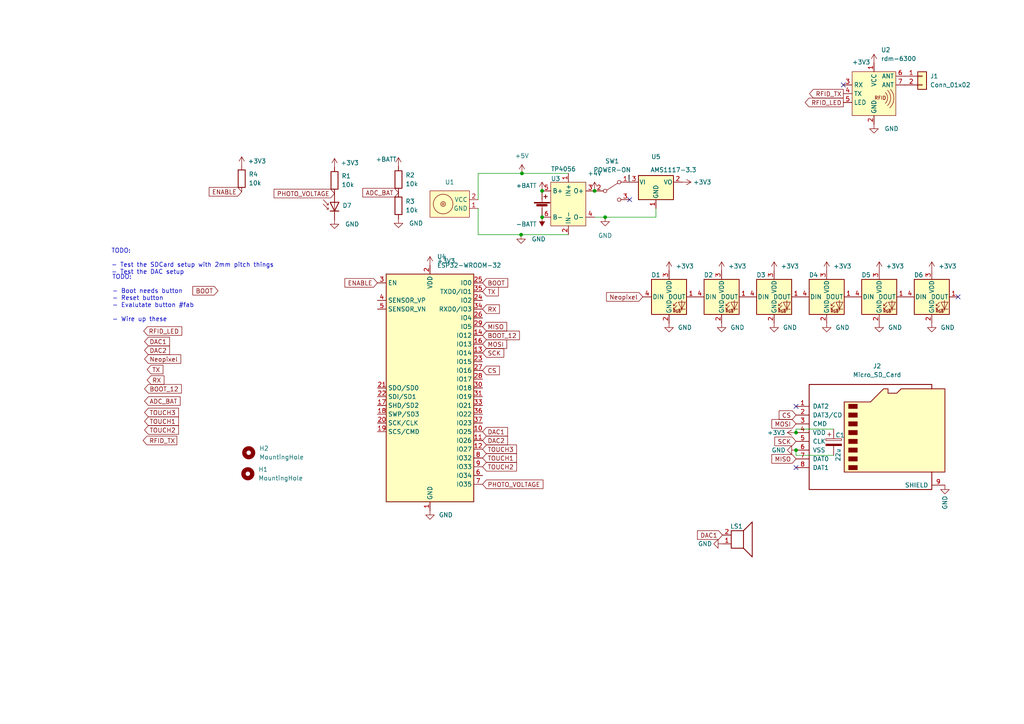
<source format=kicad_sch>
(kicad_sch (version 20211123) (generator eeschema)
  (paper "A4")
  (lib_symbols
    (symbol "Connector:Micro_SD_Card" (pin_names (offset 1.016))
      (property "Reference" "J" (at -16.51 15.24 0))
      (property "Value" "Micro_SD_Card" (at 16.51 15.24 0))
      (symbol "Micro_SD_Card_0_1"
        (rectangle (start -7.62 -9.525) (end -5.08 -10.795) (fill (type outline)))
        (rectangle (start -7.62 -6.985) (end -5.08 -8.255) (fill (type outline)))
        (rectangle (start -7.62 -4.445) (end -5.08 -5.715) (fill (type outline)))
        (rectangle (start -7.62 -1.905) (end -5.08 -3.175) (fill (type outline)))
        (rectangle (start -7.62 0.635) (end -5.08 -0.635) (fill (type outline)))
        (rectangle (start -7.62 3.175) (end -5.08 1.905) (fill (type outline)))
        (rectangle (start -7.62 5.715) (end -5.08 4.445) (fill (type outline)))
        (rectangle (start -7.62 8.255) (end -5.08 6.985) (fill (type outline)))
        (polyline (pts (xy 16.51 12.7) (xy 16.51 13.97) (xy -19.05 13.97) (xy -19.05 -16.51) (xy 16.51 -16.51) (xy 16.51 -11.43)) (stroke (width 0.254)))
        (polyline (pts (xy -8.89 -11.43) (xy -8.89 8.89) (xy -1.27 8.89) (xy 2.54 12.7) (xy 3.81 12.7) (xy 3.81 11.43) (xy 6.35 11.43) (xy 7.62 12.7) (xy 20.32 12.7) (xy 20.32 -11.43) (xy -8.89 -11.43)) (stroke (width 0.254)) (fill (type background)))
      )
      (symbol "Micro_SD_Card_1_1"
        (pin bidirectional line (at -22.86 7.62 0) (length 3.81) (name "DAT2") (number "1"))
        (pin bidirectional line (at -22.86 5.08 0) (length 3.81) (name "DAT3/CD") (number "2"))
        (pin input line (at -22.86 2.54 0) (length 3.81) (name "CMD") (number "3"))
        (pin power_in line (at -22.86 0 0) (length 3.81) (name "VDD") (number "4"))
        (pin input line (at -22.86 -2.54 0) (length 3.81) (name "CLK") (number "5"))
        (pin power_in line (at -22.86 -5.08 0) (length 3.81) (name "VSS") (number "6"))
        (pin bidirectional line (at -22.86 -7.62 0) (length 3.81) (name "DAT0") (number "7"))
        (pin bidirectional line (at -22.86 -10.16 0) (length 3.81) (name "DAT1") (number "8"))
        (pin passive line (at 20.32 -15.24 180) (length 3.81) (name "SHIELD") (number "9"))
      )
    )
    (symbol "Connector_Generic:Conn_01x02" (pin_names (offset 1.016) hide)
      (property "Reference" "J" (at 0 2.54 0))
      (property "Value" "Conn_01x02" (at 0 -5.08 0))
      (symbol "Conn_01x02_1_1"
        (rectangle (start -1.27 -2.413) (end 0 -2.667) (stroke (width 0.1524)))
        (rectangle (start -1.27 0.127) (end 0 -0.127) (stroke (width 0.1524)))
        (rectangle (start -1.27 1.27) (end 1.27 -3.81) (stroke (width 0.254)) (fill (type background)))
        (pin passive line (at -5.08 0 0) (length 3.81) (name "Pin_1") (number "1"))
        (pin passive line (at -5.08 -2.54 0) (length 3.81) (name "Pin_2") (number "2"))
      )
    )
    (symbol "Device:Battery_Cell" (pin_numbers hide) (pin_names (offset 0) hide)
      (property "Reference" "BT" (at 2.54 2.54 0))
      (property "Value" "Battery_Cell" (at 2.54 0 0))
      (symbol "Battery_Cell_0_1"
        (rectangle (start -2.286 1.778) (end 2.286 1.524) (fill (type outline)))
        (rectangle (start -1.5748 1.1938) (end 1.4732 0.6858) (fill (type outline)))
        (polyline (pts (xy 0 0.762) (xy 0 0)))
        (polyline (pts (xy 0 1.778) (xy 0 2.54)))
        (polyline (pts (xy 0.508 3.429) (xy 1.524 3.429)) (stroke (width 0.254)))
        (polyline (pts (xy 1.016 3.937) (xy 1.016 2.921)) (stroke (width 0.254)))
      )
      (symbol "Battery_Cell_1_1"
        (pin passive line (at 0 5.08 270) (length 2.54) (name "+") (number "1"))
        (pin passive line (at 0 -2.54 90) (length 2.54) (name "-") (number "2"))
      )
    )
    (symbol "Device:C_Polarized" (pin_numbers hide) (pin_names (offset 0.254))
      (property "Reference" "C" (at 0.635 2.54 0))
      (property "Value" "C_Polarized" (at 0.635 -2.54 0))
      (symbol "C_Polarized_0_1"
        (rectangle (start -2.286 0.508) (end 2.286 1.016))
        (polyline (pts (xy -1.778 2.286) (xy -0.762 2.286)))
        (polyline (pts (xy -1.27 2.794) (xy -1.27 1.778)))
        (rectangle (start 2.286 -0.508) (end -2.286 -1.016) (fill (type outline)))
      )
      (symbol "C_Polarized_1_1"
        (pin passive line (at 0 3.81 270) (length 2.794) (name "~") (number "1"))
        (pin passive line (at 0 -3.81 90) (length 2.794) (name "~") (number "2"))
      )
    )
    (symbol "Device:D_Photo" (pin_numbers hide) (pin_names hide)
      (property "Reference" "D" (at 0.508 1.778 0))
      (property "Value" "D_Photo" (at -1.016 -2.794 0))
      (symbol "D_Photo_0_1"
        (polyline (pts (xy -2.54 1.27) (xy -2.54 -1.27)) (stroke (width 0.254)))
        (polyline (pts (xy -2.032 1.778) (xy -1.524 1.778)))
        (polyline (pts (xy 0 0) (xy -2.54 0)))
        (polyline (pts (xy -0.508 3.302) (xy -2.032 1.778) (xy -2.032 2.286)))
        (polyline (pts (xy 0 -1.27) (xy 0 1.27) (xy -2.54 0) (xy 0 -1.27)) (stroke (width 0.254)))
        (polyline (pts (xy 0.762 3.302) (xy -0.762 1.778) (xy -0.762 2.286) (xy -0.762 1.778) (xy -0.254 1.778)))
      )
      (symbol "D_Photo_1_1"
        (pin passive line (at -5.08 0 0) (length 2.54) (name "K") (number "1"))
        (pin passive line (at 2.54 0 180) (length 2.54) (name "A") (number "2"))
      )
    )
    (symbol "Device:R" (pin_numbers hide) (pin_names (offset 0))
      (property "Reference" "R" (at 2.032 0 90))
      (property "Value" "R" (at 0 0 90))
      (symbol "R_0_1"
        (rectangle (start -1.016 -2.54) (end 1.016 2.54) (stroke (width 0.254)))
      )
      (symbol "R_1_1"
        (pin passive line (at 0 3.81 270) (length 1.27) (name "~") (number "1"))
        (pin passive line (at 0 -3.81 90) (length 1.27) (name "~") (number "2"))
      )
    )
    (symbol "Device:Speaker" (pin_names (offset 0) hide)
      (property "Reference" "LS" (at 1.27 5.715 0))
      (property "Value" "Speaker" (at 1.27 3.81 0))
      (symbol "Speaker_0_0"
        (rectangle (start -2.54 1.27) (end 1.016 -3.81) (stroke (width 0.254)))
        (polyline (pts (xy 1.016 1.27) (xy 3.556 3.81) (xy 3.556 -6.35) (xy 1.016 -3.81)) (stroke (width 0.254)))
      )
      (symbol "Speaker_1_1"
        (pin input line (at -5.08 0 0) (length 2.54) (name "1") (number "1"))
        (pin input line (at -5.08 -2.54 0) (length 2.54) (name "2") (number "2"))
      )
    )
    (symbol "LED:NeoPixel_THT" (pin_names (offset 0.254))
      (property "Reference" "D" (at 5.08 5.715 0))
      (property "Value" "NeoPixel_THT" (at 1.27 -5.715 0))
      (symbol "NeoPixel_THT_0_0"
        (text "RGB" (at 2.286 -4.191 0) (effects (font (size 0.762 0.762))))
      )
      (symbol "NeoPixel_THT_0_1"
        (polyline (pts (xy 1.27 -3.556) (xy 1.778 -3.556)))
        (polyline (pts (xy 1.27 -2.54) (xy 1.778 -2.54)))
        (polyline (pts (xy 4.699 -3.556) (xy 2.667 -3.556)))
        (polyline (pts (xy 2.286 -2.54) (xy 1.27 -3.556) (xy 1.27 -3.048)))
        (polyline (pts (xy 2.286 -1.524) (xy 1.27 -2.54) (xy 1.27 -2.032)))
        (polyline (pts (xy 3.683 -1.016) (xy 3.683 -3.556) (xy 3.683 -4.064)))
        (polyline (pts (xy 4.699 -1.524) (xy 2.667 -1.524) (xy 3.683 -3.556) (xy 4.699 -1.524)))
        (rectangle (start 5.08 5.08) (end -5.08 -5.08) (stroke (width 0.254)) (fill (type background)))
      )
      (symbol "NeoPixel_THT_1_1"
        (pin output line (at 7.62 0 180) (length 2.54) (name "DOUT") (number "1"))
        (pin power_in line (at 0 -7.62 90) (length 2.54) (name "GND") (number "2"))
        (pin power_in line (at 0 7.62 270) (length 2.54) (name "VDD") (number "3"))
        (pin input line (at -7.62 0 0) (length 2.54) (name "DIN") (number "4"))
      )
    )
    (symbol "Mechanical:MountingHole" (pin_names (offset 1.016))
      (property "Reference" "H" (at 0 5.08 0))
      (property "Value" "MountingHole" (at 0 3.175 0))
      (symbol "MountingHole_0_1"
        (circle (center 0 0) (radius 1.27) (stroke (width 1.27)))
      )
    )
    (symbol "RF_Module:ESP32-WROOM-32"
      (property "Reference" "U" (at -12.7 34.29 0))
      (property "Value" "ESP32-WROOM-32" (at 1.27 34.29 0))
      (symbol "ESP32-WROOM-32_0_1"
        (rectangle (start -12.7 33.02) (end 12.7 -33.02) (stroke (width 0.254)) (fill (type background)))
      )
      (symbol "ESP32-WROOM-32_1_1"
        (pin power_in line (at 0 -35.56 90) (length 2.54) (name "GND") (number "1"))
        (pin bidirectional line (at 15.24 -12.7 180) (length 2.54) (name "IO25") (number "10"))
        (pin bidirectional line (at 15.24 -15.24 180) (length 2.54) (name "IO26") (number "11"))
        (pin bidirectional line (at 15.24 -17.78 180) (length 2.54) (name "IO27") (number "12"))
        (pin bidirectional line (at 15.24 10.16 180) (length 2.54) (name "IO14") (number "13"))
        (pin bidirectional line (at 15.24 15.24 180) (length 2.54) (name "IO12") (number "14"))
        (pin passive line (at 0 -35.56 90) (length 2.54) hide (name "GND") (number "15"))
        (pin bidirectional line (at 15.24 12.7 180) (length 2.54) (name "IO13") (number "16"))
        (pin bidirectional line (at -15.24 -5.08 0) (length 2.54) (name "SHD/SD2") (number "17"))
        (pin bidirectional line (at -15.24 -7.62 0) (length 2.54) (name "SWP/SD3") (number "18"))
        (pin bidirectional line (at -15.24 -12.7 0) (length 2.54) (name "SCS/CMD") (number "19"))
        (pin power_in line (at 0 35.56 270) (length 2.54) (name "VDD") (number "2"))
        (pin bidirectional line (at -15.24 -10.16 0) (length 2.54) (name "SCK/CLK") (number "20"))
        (pin bidirectional line (at -15.24 0 0) (length 2.54) (name "SDO/SD0") (number "21"))
        (pin bidirectional line (at -15.24 -2.54 0) (length 2.54) (name "SDI/SD1") (number "22"))
        (pin bidirectional line (at 15.24 7.62 180) (length 2.54) (name "IO15") (number "23"))
        (pin bidirectional line (at 15.24 25.4 180) (length 2.54) (name "IO2") (number "24"))
        (pin bidirectional line (at 15.24 30.48 180) (length 2.54) (name "IO0") (number "25"))
        (pin bidirectional line (at 15.24 20.32 180) (length 2.54) (name "IO4") (number "26"))
        (pin bidirectional line (at 15.24 5.08 180) (length 2.54) (name "IO16") (number "27"))
        (pin bidirectional line (at 15.24 2.54 180) (length 2.54) (name "IO17") (number "28"))
        (pin bidirectional line (at 15.24 17.78 180) (length 2.54) (name "IO5") (number "29"))
        (pin input line (at -15.24 30.48 0) (length 2.54) (name "EN") (number "3"))
        (pin bidirectional line (at 15.24 0 180) (length 2.54) (name "IO18") (number "30"))
        (pin bidirectional line (at 15.24 -2.54 180) (length 2.54) (name "IO19") (number "31"))
        (pin no_connect line (at -12.7 -27.94 0) (length 2.54) hide (name "NC") (number "32"))
        (pin bidirectional line (at 15.24 -5.08 180) (length 2.54) (name "IO21") (number "33"))
        (pin bidirectional line (at 15.24 22.86 180) (length 2.54) (name "RXD0/IO3") (number "34"))
        (pin bidirectional line (at 15.24 27.94 180) (length 2.54) (name "TXD0/IO1") (number "35"))
        (pin bidirectional line (at 15.24 -7.62 180) (length 2.54) (name "IO22") (number "36"))
        (pin bidirectional line (at 15.24 -10.16 180) (length 2.54) (name "IO23") (number "37"))
        (pin passive line (at 0 -35.56 90) (length 2.54) hide (name "GND") (number "38"))
        (pin passive line (at 0 -35.56 90) (length 2.54) hide (name "GND") (number "39"))
        (pin input line (at -15.24 25.4 0) (length 2.54) (name "SENSOR_VP") (number "4"))
        (pin input line (at -15.24 22.86 0) (length 2.54) (name "SENSOR_VN") (number "5"))
        (pin input line (at 15.24 -25.4 180) (length 2.54) (name "IO34") (number "6"))
        (pin input line (at 15.24 -27.94 180) (length 2.54) (name "IO35") (number "7"))
        (pin bidirectional line (at 15.24 -20.32 180) (length 2.54) (name "IO32") (number "8"))
        (pin bidirectional line (at 15.24 -22.86 180) (length 2.54) (name "IO33") (number "9"))
      )
    )
    (symbol "Regulator_Linear:AMS1117-3.3" (pin_names (offset 0.254))
      (property "Reference" "U" (at -3.81 3.175 0))
      (property "Value" "AMS1117-3.3" (at 0 3.175 0))
      (symbol "AMS1117-3.3_0_1"
        (rectangle (start -5.08 -5.08) (end 5.08 1.905) (stroke (width 0.254)) (fill (type background)))
      )
      (symbol "AMS1117-3.3_1_1"
        (pin power_in line (at 0 -7.62 90) (length 2.54) (name "GND") (number "1"))
        (pin power_out line (at 7.62 0 180) (length 2.54) (name "VO") (number "2"))
        (pin power_in line (at -7.62 0 0) (length 2.54) (name "VI") (number "3"))
      )
    )
    (symbol "Switch:SW_SPDT" (pin_names (offset 0) hide)
      (property "Reference" "SW" (at 0 4.318 0))
      (property "Value" "SW_SPDT" (at 0 -5.08 0))
      (symbol "SW_SPDT_0_0"
        (circle (center -2.032 0) (radius 0.508))
        (circle (center 2.032 -2.54) (radius 0.508))
      )
      (symbol "SW_SPDT_0_1"
        (polyline (pts (xy -1.524 0.254) (xy 1.651 2.286)))
        (circle (center 2.032 2.54) (radius 0.508))
      )
      (symbol "SW_SPDT_1_1"
        (pin passive line (at 5.08 2.54 180) (length 2.54) (name "A") (number "1"))
        (pin passive line (at -5.08 0 0) (length 2.54) (name "B") (number "2"))
        (pin passive line (at 5.08 -2.54 180) (length 2.54) (name "C") (number "3"))
      )
    )
    (symbol "TP4056:TP4056"
      (property "Reference" "U" (at -5.715 7.62 0))
      (property "Value" "TP4056" (at 3.81 -7.62 0))
      (symbol "TP4056_0_1"
        (rectangle (start -5.08 6.35) (end 5.08 -6.35) (fill (type background)))
      )
      (symbol "TP4056_1_1"
        (pin power_in line (at 0 8.89 270) (length 2.54) (name "IN+") (number "1"))
        (pin power_in line (at 0 -8.89 90) (length 2.54) (name "IN-") (number "2"))
        (pin power_out line (at 7.62 3.81 180) (length 2.54) (name "O+") (number "3"))
        (pin power_out line (at 7.62 -3.81 180) (length 2.54) (name "O-") (number "4"))
        (pin power_in line (at -7.62 3.81 0) (length 2.54) (name "B+") (number "5"))
        (pin power_in line (at -7.62 -3.81 0) (length 2.54) (name "B-") (number "6"))
      )
    )
    (symbol "magnetic-charger:magnetic-charger"
      (property "Reference" "U" (at 0 5.08 0))
      (symbol "magnetic-charger_0_1"
        (rectangle (start -6.35 3.81) (end 5.08 -3.81) (fill (type background)))
        (circle (center -2.54 0) (radius 0.2583))
        (circle (center -2.54 0) (radius 0.6825))
        (circle (center -2.54 0) (radius 2.8398))
      )
      (symbol "magnetic-charger_1_1"
        (pin power_in line (at 7.62 -1.27 180) (length 2.54) (name "GND") (number "1"))
        (pin power_in line (at 7.62 1.27 180) (length 2.54) (name "VCC") (number "2"))
      )
    )
    (symbol "power:+3V3" (power) (pin_names (offset 0))
      (property "Value" "+3V3" (at 0 3.556 0))
      (symbol "+3V3_0_1"
        (polyline (pts (xy -0.762 1.27) (xy 0 2.54)))
        (polyline (pts (xy 0 0) (xy 0 2.54)))
        (polyline (pts (xy 0 2.54) (xy 0.762 1.27)))
      )
      (symbol "+3V3_1_1"
        (pin power_in line (at 0 0 90) (length 0) hide (name "+3V3") (number "1"))
      )
    )
    (symbol "power:+4V" (power) (pin_names (offset 0))
      (property "Value" "+4V" (at 0 3.556 0))
      (symbol "+4V_0_1"
        (polyline (pts (xy -0.762 1.27) (xy 0 2.54)))
        (polyline (pts (xy 0 0) (xy 0 2.54)))
        (polyline (pts (xy 0 2.54) (xy 0.762 1.27)))
      )
      (symbol "+4V_1_1"
        (pin power_in line (at 0 0 90) (length 0) hide (name "+4V") (number "1"))
      )
    )
    (symbol "power:+5V" (power) (pin_names (offset 0))
      (property "Value" "+5V" (at 0 3.556 0))
      (symbol "+5V_0_1"
        (polyline (pts (xy -0.762 1.27) (xy 0 2.54)))
        (polyline (pts (xy 0 0) (xy 0 2.54)))
        (polyline (pts (xy 0 2.54) (xy 0.762 1.27)))
      )
      (symbol "+5V_1_1"
        (pin power_in line (at 0 0 90) (length 0) hide (name "+5V") (number "1"))
      )
    )
    (symbol "power:+BATT" (power) (pin_names (offset 0))
      (property "Value" "+BATT" (at 0 3.556 0))
      (symbol "+BATT_0_1"
        (polyline (pts (xy -0.762 1.27) (xy 0 2.54)))
        (polyline (pts (xy 0 0) (xy 0 2.54)))
        (polyline (pts (xy 0 2.54) (xy 0.762 1.27)))
      )
      (symbol "+BATT_1_1"
        (pin power_in line (at 0 0 90) (length 0) hide (name "+BATT") (number "1"))
      )
    )
    (symbol "power:-BATT" (power) (pin_names (offset 0))
      (property "Value" "-BATT" (at 0 3.556 0))
      (symbol "-BATT_0_1"
        (polyline (pts (xy 0 0) (xy 0 2.54)))
        (polyline (pts (xy 0.762 1.27) (xy -0.762 1.27) (xy 0 2.54) (xy 0.762 1.27)) (fill (type outline)))
      )
      (symbol "-BATT_1_1"
        (pin power_in line (at 0 0 90) (length 0) hide (name "-BATT") (number "1"))
      )
    )
    (symbol "power:GND" (power) (pin_names (offset 0))
      (property "Value" "GND" (at 0 -3.81 0))
      (symbol "GND_0_1"
        (polyline (pts (xy 0 0) (xy 0 -1.27) (xy 1.27 -1.27) (xy 0 -2.54) (xy -1.27 -1.27) (xy 0 -1.27)))
      )
      (symbol "GND_1_1"
        (pin power_in line (at 0 0 270) (length 0) hide (name "GND") (number "1"))
      )
    )
    (symbol "rdm-6300:rdm-6300"
      (property "Reference" "U" (at 2.54 8.89 0))
      (property "Value" "rdm-6300" (at 5.715 -8.255 0))
      (symbol "rdm-6300_0_0"
        (text "RFID" (at 1.8347 -1.2296 0) (effects (font (size 1 1))))
      )
      (symbol "rdm-6300_0_1"
        (rectangle (start -6.35 6.35) (end 6.35 -6.35) (fill (type background)))
        (arc (start 3.293 -2.8137) (mid 3.9494 -1.2262) (end 3.293 0.3613))
        (arc (start 3.928 -3.4487) (mid 4.8459 -1.2262) (end 3.928 0.9963))
        (arc (start 4.563 -4.0837) (mid 5.7735 -1.4511) (end 4.7736 1.2684))
      )
      (symbol "rdm-6300_1_1"
        (pin power_in line (at 0 8.89 270) (length 2.54) (name "VCC") (number "1"))
        (pin power_in line (at 0 -8.89 90) (length 2.54) (name "GND") (number "2"))
        (pin input line (at -8.89 2.54 0) (length 2.54) (name "RX") (number "3"))
        (pin output line (at -8.89 0 0) (length 2.54) (name "TX") (number "4"))
        (pin output line (at -8.89 -2.54 0) (length 2.54) (name "LED") (number "5"))
        (pin bidirectional line (at 8.89 5.08 180) (length 2.54) (name "ANT") (number "6"))
        (pin bidirectional line (at 8.89 2.54 180) (length 2.54) (name "ANT") (number "7"))
      )
    )
  )
  (junction (at 175.514 62.992))
  (junction (at 157.226 62.992))
  (junction (at 151.384 50.292))
  (junction (at 230.886 130.556))
  (junction (at 157.226 55.372))
  (junction (at 172.466 55.372))
  (junction (at 151.13 68.072))
  (junction (at 230.886 125.476))
  (no_connect (at 244.602 24.638))
  (no_connect (at 182.626 57.912))
  (no_connect (at 230.886 117.856))
  (no_connect (at 230.886 135.636))
  (no_connect (at 277.876 86.106))
  (wire (pts (xy 241.808 132.08) (xy 230.886 132.08)))
  (wire (pts (xy 190.246 62.992) (xy 190.246 60.452)))
  (wire (pts (xy 230.886 124.46) (xy 230.886 125.476)))
  (wire (pts (xy 151.384 50.292) (xy 164.846 50.292)))
  (wire (pts (xy 241.808 124.46) (xy 230.886 124.46)))
  (wire (pts (xy 230.886 132.08) (xy 230.886 130.556)))
  (wire (pts (xy 151.13 68.072) (xy 164.846 68.072)))
  (wire (pts (xy 138.684 50.292) (xy 151.384 50.292)))
  (wire (pts (xy 172.466 62.992) (xy 175.514 62.992)))
  (wire (pts (xy 175.514 62.992) (xy 190.246 62.992)))
  (wire (pts (xy 138.684 57.912) (xy 138.684 50.292)))
  (wire (pts (xy 138.684 60.452) (xy 138.684 68.072)))
  (wire (pts (xy 138.684 68.072) (xy 151.13 68.072)))
  (text "TODO:\n\n- Test the SDCard setup with 2mm pitch things\n- Test the DAC setup\n" (at 32.258 79.756 0) (effects (font (size 1.27 1.27)) (justify left bottom)))
  (text "TODO:\n\n- Boot needs button\n- Reset button\n- Evalutate button #fab\n\n- Wire up these\n" (at 32.512 93.472 0) (effects (font (size 1.27 1.27)) (justify left bottom)))
  (label "+4V_Switched" (at 182.626 52.832 90) (effects (font (size 0.2 0.2))))
  (global_label "TOUCH3" (shape input) (at 139.954 130.302 0) (property "Intersheet References" "${INTERSHEET_REFS}" (effects hide)))
  (global_label "BOOT" (shape input) (at 63.246 84.328 180) (property "Intersheet References" "${INTERSHEET_REFS}" (effects hide)))
  (global_label "CS" (shape input) (at 139.954 107.442 0) (property "Intersheet References" "${INTERSHEET_REFS}" (effects hide)))
  (global_label "MISO" (shape input) (at 230.886 133.096 180) (property "Intersheet References" "${INTERSHEET_REFS}" (effects hide)))
  (global_label "PHOTO_VOLTAGE" (shape input) (at 139.954 140.462 0) (property "Intersheet References" "${INTERSHEET_REFS}" (effects hide)))
  (global_label "TOUCH1" (shape input) (at 41.91 122.174 0) (property "Intersheet References" "${INTERSHEET_REFS}" (effects hide)))
  (global_label "BOOT_12" (shape input) (at 139.954 97.282 0) (property "Intersheet References" "${INTERSHEET_REFS}" (effects hide)))
  (global_label "ADC_BAT" (shape input) (at 115.57 55.88 180) (property "Intersheet References" "${INTERSHEET_REFS}" (effects hide)))
  (global_label "TX" (shape input) (at 42.672 107.188 0) (property "Intersheet References" "${INTERSHEET_REFS}" (effects hide)))
  (global_label "SCK" (shape input) (at 230.886 128.016 180) (property "Intersheet References" "${INTERSHEET_REFS}" (effects hide)))
  (global_label "Neopixel" (shape input) (at 41.91 104.14 0) (property "Intersheet References" "${INTERSHEET_REFS}" (effects hide)))
  (global_label "ADC_BAT" (shape input) (at 41.91 116.332 0) (property "Intersheet References" "${INTERSHEET_REFS}" (effects hide)))
  (global_label "BOOT_12" (shape input) (at 41.91 112.776 0) (property "Intersheet References" "${INTERSHEET_REFS}" (effects hide)))
  (global_label "ENABLE" (shape input) (at 109.474 82.042 180) (property "Intersheet References" "${INTERSHEET_REFS}" (effects hide)))
  (global_label "DAC2" (shape input) (at 41.91 101.6 0) (property "Intersheet References" "${INTERSHEET_REFS}" (effects hide)))
  (global_label "ENABLE" (shape input) (at 70.104 55.626 180) (property "Intersheet References" "${INTERSHEET_REFS}" (effects hide)))
  (global_label "MOSI" (shape input) (at 230.886 122.936 180) (property "Intersheet References" "${INTERSHEET_REFS}" (effects hide)))
  (global_label "CS" (shape input) (at 230.886 120.396 180) (property "Intersheet References" "${INTERSHEET_REFS}" (effects hide)))
  (global_label "MISO" (shape input) (at 139.954 94.742 0) (property "Intersheet References" "${INTERSHEET_REFS}" (effects hide)))
  (global_label "TOUCH3" (shape input) (at 41.91 119.634 0) (property "Intersheet References" "${INTERSHEET_REFS}" (effects hide)))
  (global_label "Neopixel" (shape input) (at 186.436 86.106 180) (property "Intersheet References" "${INTERSHEET_REFS}" (effects hide)))
  (global_label "RFID_LED" (shape output) (at 244.602 29.718 180) (property "Intersheet References" "${INTERSHEET_REFS}" (effects hide)))
  (global_label "DAC1" (shape input) (at 209.55 155.194 180) (property "Intersheet References" "${INTERSHEET_REFS}" (effects hide)))
  (global_label "RFID_TX" (shape output) (at 244.602 27.178 180) (property "Intersheet References" "${INTERSHEET_REFS}" (effects hide)))
  (global_label "PHOTO_VOLTAGE" (shape input) (at 97.028 56.134 180) (property "Intersheet References" "${INTERSHEET_REFS}" (effects hide)))
  (global_label "BOOT" (shape input) (at 139.954 82.042 0) (property "Intersheet References" "${INTERSHEET_REFS}" (effects hide)))
  (global_label "DAC2" (shape input) (at 139.954 127.762 0) (property "Intersheet References" "${INTERSHEET_REFS}" (effects hide)))
  (global_label "DAC1" (shape input) (at 41.91 99.06 0) (property "Intersheet References" "${INTERSHEET_REFS}" (effects hide)))
  (global_label "RX" (shape input) (at 42.672 110.236 0) (property "Intersheet References" "${INTERSHEET_REFS}" (effects hide)))
  (global_label "SCK" (shape input) (at 139.954 102.362 0) (property "Intersheet References" "${INTERSHEET_REFS}" (effects hide)))
  (global_label "TOUCH2" (shape input) (at 41.91 124.714 0) (property "Intersheet References" "${INTERSHEET_REFS}" (effects hide)))
  (global_label "TX" (shape input) (at 139.954 84.582 0) (property "Intersheet References" "${INTERSHEET_REFS}" (effects hide)))
  (global_label "TOUCH2" (shape input) (at 139.954 135.382 0) (property "Intersheet References" "${INTERSHEET_REFS}" (effects hide)))
  (global_label "RX" (shape input) (at 139.954 89.662 0) (property "Intersheet References" "${INTERSHEET_REFS}" (effects hide)))
  (global_label "RFID_LED" (shape input) (at 41.656 96.012 0) (property "Intersheet References" "${INTERSHEET_REFS}" (effects hide)))
  (global_label "RFID_TX" (shape output) (at 51.308 127.762 180) (property "Intersheet References" "${INTERSHEET_REFS}" (effects hide)))
  (global_label "DAC1" (shape input) (at 139.954 125.222 0) (property "Intersheet References" "${INTERSHEET_REFS}" (effects hide)))
  (global_label "TOUCH1" (shape input) (at 139.954 132.842 0) (property "Intersheet References" "${INTERSHEET_REFS}" (effects hide)))
  (global_label "MOSI" (shape input) (at 139.954 99.822 0) (property "Intersheet References" "${INTERSHEET_REFS}" (effects hide)))
  (symbol (lib_id "power:GND") (at 151.13 68.072 0) (unit 1)
    (property "Reference" "#PWR0119" (effects hide))
    (property "Value" "GND" (at 154.178 69.3419 0) (effects (justify left)))
  )
  (symbol (lib_id "Device:C_Polarized") (at 241.808 128.27 0) (unit 1)
    (property "Reference" "C1" (at 242.316 126.238 0) (effects (justify left)))
    (property "Value" "22u" (at 243.078 133.858 90) (effects (justify left)))
    (property "Footprint" "Capacitor_THT:CP_Radial_D5.0mm_P2.50mm" (effects hide))
  )
  (symbol (lib_id "power:GND") (at 239.776 93.726 0) (unit 1)
    (property "Reference" "#PWR0107" (effects hide))
    (property "Value" "GND" (at 242.316 94.9959 0) (effects (justify left)))
  )
  (symbol (lib_id "LED:NeoPixel_THT") (at 209.296 86.106 0) (unit 1)
    (property "Reference" "D2" (at 205.486 79.756 0))
    (property "Value" "NeoPixel_THT" (effects hide))
    (property "Footprint" "LED_SMD:LED_WS2812B_PLCC4_5.0x5.0mm_P3.2mm" (effects hide))
    (property "Datasheet" "https://www.adafruit.com/product/1938" (effects hide))
  )
  (symbol (lib_id "LED:NeoPixel_THT") (at 255.016 86.106 0) (unit 1)
    (property "Reference" "D5" (at 251.206 79.756 0))
    (property "Value" "NeoPixel_THT" (effects hide))
    (property "Footprint" "LED_SMD:LED_WS2812B_PLCC4_5.0x5.0mm_P3.2mm" (effects hide))
    (property "Datasheet" "https://www.adafruit.com/product/1938" (effects hide))
  )
  (symbol (lib_id "power:GND") (at 274.066 140.716 0) (unit 1)
    (property "Reference" "#PWR0129" (effects hide))
    (property "Value" "GND" (at 274.066 147.828 90) (effects (justify left)))
  )
  (symbol (lib_id "Connector_Generic:Conn_01x02") (at 267.462 22.098 0) (unit 1)
    (property "Reference" "J1" (at 269.748 22.0979 0) (effects (justify left)))
    (property "Value" "Conn_01x02" (at 269.748 24.6379 0) (effects (justify left)))
    (property "Footprint" "Connector_PinHeader_2.54mm:PinHeader_1x02_P2.54mm_Vertical" (effects hide))
  )
  (symbol (lib_id "power:+3V3") (at 230.886 125.476 90) (unit 1)
    (property "Reference" "#PWR0130" (effects hide))
    (property "Value" "+3V3" (at 222.504 125.476 90) (effects (justify right)))
  )
  (symbol (lib_id "power:GND") (at 175.514 62.992 0) (unit 1)
    (property "Reference" "#PWR0101" (effects hide))
    (property "Value" "GND" (at 175.514 68.326 0))
  )
  (symbol (lib_id "power:GND") (at 115.57 63.5 0) (unit 1)
    (property "Reference" "#PWR0121" (effects hide))
    (property "Value" "GND" (at 118.618 64.7699 0) (effects (justify left)))
  )
  (symbol (lib_id "Device:R") (at 115.57 59.69 0) (unit 1)
    (property "Reference" "R3" (at 117.602 58.4199 0) (effects (justify left)))
    (property "Value" "10k" (at 117.602 60.9599 0) (effects (justify left)))
    (property "Footprint" "Resistor_THT:R_Axial_DIN0204_L3.6mm_D1.6mm_P5.08mm_Horizontal" (effects hide))
  )
  (symbol (lib_id "power:GND") (at 270.256 93.726 0) (unit 1)
    (property "Reference" "#PWR0103" (effects hide))
    (property "Value" "GND" (at 272.796 94.9959 0) (effects (justify left)))
  )
  (symbol (lib_id "LED:NeoPixel_THT") (at 270.256 86.106 0) (unit 1)
    (property "Reference" "D6" (at 266.446 79.756 0))
    (property "Value" "NeoPixel_THT" (effects hide))
    (property "Footprint" "LED_SMD:LED_WS2812B_PLCC4_5.0x5.0mm_P3.2mm" (effects hide))
    (property "Datasheet" "https://www.adafruit.com/product/1938" (effects hide))
  )
  (symbol (lib_id "power:+3V3") (at 224.536 78.486 0) (unit 1)
    (property "Reference" "#PWR0109" (effects hide))
    (property "Value" "+3V3" (at 226.441 77.2159 0) (effects (justify left)))
  )
  (symbol (lib_id "power:GND") (at 194.056 93.726 0) (unit 1)
    (property "Reference" "#PWR0114" (effects hide))
    (property "Value" "GND" (at 196.596 94.9959 0) (effects (justify left)))
  )
  (symbol (lib_id "Device:D_Photo") (at 97.028 58.674 90) (unit 1)
    (property "Reference" "D7" (at 99.314 59.6264 90) (effects (justify right)))
    (property "Value" "D_Photo" (effects hide))
    (property "Footprint" "OptoDevice:R_LDR_4.9x4.2mm_P2.54mm_Vertical" (effects hide))
  )
  (symbol (lib_id "Device:Speaker") (at 214.63 157.734 0) (mirror x) (unit 1)
    (property "Reference" "LS1" (at 213.614 152.654 0))
    (property "Value" "Speaker" (effects hide))
  )
  (symbol (lib_id "power:+BATT") (at 115.57 48.26 0) (unit 1)
    (property "Reference" "#PWR0120" (effects hide))
    (property "Value" "+BATT" (at 112.014 46.228 0))
  )
  (symbol (lib_id "LED:NeoPixel_THT") (at 194.056 86.106 0) (unit 1)
    (property "Reference" "D1" (at 190.246 79.756 0))
    (property "Value" "NeoPixel_THT" (effects hide))
    (property "Footprint" "LED_SMD:LED_WS2812B_PLCC4_5.0x5.0mm_P3.2mm" (effects hide))
    (property "Datasheet" "https://www.adafruit.com/product/1938" (effects hide))
  )
  (symbol (lib_id "power:+5V") (at 151.384 50.292 0) (unit 1)
    (property "Reference" "#PWR0126" (effects hide))
    (property "Value" "+5V" (at 151.384 45.212 0))
  )
  (symbol (lib_id "LED:NeoPixel_THT") (at 224.536 86.106 0) (unit 1)
    (property "Reference" "D3" (at 220.726 79.756 0))
    (property "Value" "NeoPixel_THT" (effects hide))
    (property "Footprint" "LED_SMD:LED_WS2812B_PLCC4_5.0x5.0mm_P3.2mm" (effects hide))
    (property "Datasheet" "https://www.adafruit.com/product/1938" (effects hide))
  )
  (symbol (lib_id "power:+3V3") (at 239.776 78.486 0) (unit 1)
    (property "Reference" "#PWR0110" (effects hide))
    (property "Value" "+3V3" (at 241.681 77.2159 0) (effects (justify left)))
  )
  (symbol (lib_id "power:+3V3") (at 97.028 48.514 0) (unit 1)
    (property "Reference" "#PWR0115" (effects hide))
    (property "Value" "+3V3" (at 98.806 47.2439 0) (effects (justify left)))
  )
  (symbol (lib_id "Device:R") (at 115.57 52.07 0) (unit 1)
    (property "Reference" "R2" (at 117.602 50.7999 0) (effects (justify left)))
    (property "Value" "10k" (at 117.602 53.3399 0) (effects (justify left)))
    (property "Footprint" "Resistor_THT:R_Axial_DIN0204_L3.6mm_D1.6mm_P5.08mm_Horizontal" (effects hide))
  )
  (symbol (lib_id "power:+3V3") (at 270.256 78.486 0) (unit 1)
    (property "Reference" "#PWR0104" (effects hide))
    (property "Value" "+3V3" (at 272.161 77.2159 0) (effects (justify left)))
  )
  (symbol (lib_id "LED:NeoPixel_THT") (at 239.776 86.106 0) (unit 1)
    (property "Reference" "D4" (at 235.966 79.756 0))
    (property "Value" "NeoPixel_THT" (effects hide))
    (property "Footprint" "LED_SMD:LED_WS2812B_PLCC4_5.0x5.0mm_P3.2mm" (effects hide))
    (property "Datasheet" "https://www.adafruit.com/product/1938" (effects hide))
  )
  (symbol (lib_id "power:+3V3") (at 197.866 52.832 270) (unit 1)
    (property "Reference" "#PWR0102" (effects hide))
    (property "Value" "+3V3" (at 201.041 52.8319 90) (effects (justify left)))
  )
  (symbol (lib_id "power:GND") (at 224.536 93.726 0) (unit 1)
    (property "Reference" "#PWR0108" (effects hide))
    (property "Value" "GND" (at 227.076 94.9959 0) (effects (justify left)))
  )
  (symbol (lib_id "power:GND") (at 230.886 130.556 270) (unit 1)
    (property "Reference" "#PWR0128" (effects hide))
    (property "Value" "GND" (at 223.774 130.556 90) (effects (justify left)))
  )
  (symbol (lib_id "TP4056:TP4056") (at 164.846 59.182 0) (unit 1)
    (property "Reference" "U3" (at 159.766 51.816 0) (effects (justify left)))
    (property "Value" "TP4056" (at 159.766 49.022 0) (effects (justify left)))
    (property "Footprint" "TP4056:TP4056" (effects hide))
  )
  (symbol (lib_id "power:+3V3") (at 70.104 48.006 0) (unit 1)
    (property "Reference" "#PWR0132" (effects hide))
    (property "Value" "+3V3" (at 71.882 46.7359 0) (effects (justify left)))
  )
  (symbol (lib_id "power:+BATT") (at 157.226 55.372 0) (unit 1)
    (property "Reference" "#PWR0122" (effects hide))
    (property "Value" "+BATT" (at 152.654 53.848 0))
  )
  (symbol (lib_id "magnetic-charger:magnetic-charger") (at 131.064 59.182 0) (unit 1)
    (property "Reference" "U1" (at 130.429 52.832 0))
    (property "Value" "magnetic-charger" (effects hide))
    (property "Footprint" "magnetic-charger:magnetic-charger" (effects hide))
  )
  (symbol (lib_id "power:GND") (at 124.714 148.082 0) (unit 1)
    (property "Reference" "#PWR0124" (effects hide))
    (property "Value" "GND" (at 127.254 149.3519 0) (effects (justify left)))
  )
  (symbol (lib_id "Device:R") (at 70.104 51.816 0) (unit 1)
    (property "Reference" "R4" (at 72.136 50.5459 0) (effects (justify left)))
    (property "Value" "10k" (at 72.136 53.0859 0) (effects (justify left)))
    (property "Footprint" "Resistor_THT:R_Axial_DIN0204_L3.6mm_D1.6mm_P5.08mm_Horizontal" (effects hide))
  )
  (symbol (lib_id "power:GND") (at 253.492 36.068 0) (unit 1)
    (property "Reference" "#PWR0118" (effects hide))
    (property "Value" "GND" (at 256.54 37.3379 0) (effects (justify left)))
  )
  (symbol (lib_id "RF_Module:ESP32-WROOM-32") (at 124.714 112.522 0) (unit 1)
    (property "Reference" "U4" (at 126.7334 74.422 0) (effects (justify left)))
    (property "Value" "ESP32-WROOM-32" (at 126.7334 76.962 0) (effects (justify left)))
    (property "Footprint" "RF_Module:ESP32-WROOM-32" (effects hide))
    (property "Datasheet" "https://www.espressif.com/sites/default/files/documentation/esp32-wroom-32_datasheet_en.pdf" (effects hide))
  )
  (symbol (lib_id "Mechanical:MountingHole") (at 72.136 131.318 0) (unit 1)
    (property "Reference" "H2" (at 75.184 130.0479 0) (effects (justify left)))
    (property "Value" "MountingHole" (at 75.184 132.5879 0) (effects (justify left)))
    (property "Footprint" "MountingHole:MountingHole_5.3mm_M5" (effects hide))
  )
  (symbol (lib_id "Regulator_Linear:AMS1117-3.3") (at 190.246 52.832 0) (unit 1)
    (property "Reference" "U5" (at 190.246 45.466 0))
    (property "Value" "AMS1117-3.3" (at 195.326 49.276 0))
    (property "Footprint" "Package_TO_SOT_SMD:TO-252-2" (effects hide))
    (property "Datasheet" "http://www.advanced-monolithic.com/pdf/ds1117.pdf" (effects hide))
  )
  (symbol (lib_id "power:+3V3") (at 253.492 18.288 0) (unit 1)
    (property "Reference" "#PWR0117" (effects hide))
    (property "Value" "+3V3" (at 247.142 18.034 0) (effects (justify left)))
  )
  (symbol (lib_id "Switch:SW_SPDT") (at 177.546 55.372 0) (unit 1)
    (property "Reference" "SW1" (at 177.546 46.736 0))
    (property "Value" "POWER-ON" (at 177.546 49.276 0))
    (property "Footprint" "Button_Switch_SMD:SW_SPDT_CK-JS102011SAQN" (effects hide))
  )
  (symbol (lib_id "power:+3V3") (at 255.016 78.486 0) (unit 1)
    (property "Reference" "#PWR0106" (effects hide))
    (property "Value" "+3V3" (at 256.921 77.2159 0) (effects (justify left)))
  )
  (symbol (lib_id "power:GND") (at 209.55 157.734 270) (unit 1)
    (property "Reference" "#PWR0131" (effects hide))
    (property "Value" "GND" (at 202.438 157.734 90) (effects (justify left)))
  )
  (symbol (lib_id "rdm-6300:rdm-6300") (at 253.492 27.178 0) (unit 1)
    (property "Reference" "U2" (at 255.5114 14.478 0) (effects (justify left)))
    (property "Value" "rdm-6300" (at 255.5114 17.018 0) (effects (justify left)))
    (property "Footprint" "rdm-6300:rdm-6300" (effects hide))
  )
  (symbol (lib_id "power:+3V3") (at 209.296 78.486 0) (unit 1)
    (property "Reference" "#PWR0112" (effects hide))
    (property "Value" "+3V3" (at 211.201 77.2159 0) (effects (justify left)))
  )
  (symbol (lib_id "power:+3V3") (at 194.056 78.486 0) (unit 1)
    (property "Reference" "#PWR0113" (effects hide))
    (property "Value" "+3V3" (at 195.961 77.2159 0) (effects (justify left)))
  )
  (symbol (lib_id "power:GND") (at 97.028 63.754 0) (unit 1)
    (property "Reference" "#PWR0116" (effects hide))
    (property "Value" "GND" (at 100.076 65.0239 0) (effects (justify left)))
  )
  (symbol (lib_id "Connector:Micro_SD_Card") (at 253.746 125.476 0) (unit 1)
    (property "Reference" "J2" (at 254.381 106.172 0))
    (property "Value" "Micro_SD_Card" (at 254.381 108.712 0))
    (property "Footprint" "sd-card:sd-card" (effects hide))
    (property "Datasheet" "http://katalog.we-online.de/em/datasheet/693072010801.pdf" (effects hide))
  )
  (symbol (lib_id "power:-BATT") (at 157.226 62.992 180) (unit 1)
    (property "Reference" "#PWR0125" (effects hide))
    (property "Value" "-BATT" (at 152.654 65.024 0))
  )
  (symbol (lib_id "Device:Battery_Cell") (at 157.226 60.452 0) (unit 1)
    (property "Reference" "BT1" (effects hide))
    (property "Value" "Battery_Cell" (effects hide))
    (property "Footprint" "Connector_JST:JST_EH_S2B-EH_1x02_P2.50mm_Horizontal" (effects hide))
  )
  (symbol (lib_id "power:+3V3") (at 124.714 76.962 0) (unit 1)
    (property "Reference" "#PWR0123" (effects hide))
    (property "Value" "+3V3" (at 126.746 75.6919 0) (effects (justify left)))
  )
  (symbol (lib_id "Mechanical:MountingHole") (at 71.882 137.414 0) (unit 1)
    (property "Reference" "H1" (at 74.93 136.1439 0) (effects (justify left)))
    (property "Value" "MountingHole" (at 74.93 138.6839 0) (effects (justify left)))
    (property "Footprint" "MountingHole:MountingHole_5.3mm_M5" (effects hide))
  )
  (symbol (lib_id "power:GND") (at 255.016 93.726 0) (unit 1)
    (property "Reference" "#PWR0105" (effects hide))
    (property "Value" "GND" (at 257.556 94.9959 0) (effects (justify left)))
  )
  (symbol (lib_id "Device:R") (at 97.028 52.324 0) (unit 1)
    (property "Reference" "R1" (at 99.06 51.0539 0) (effects (justify left)))
    (property "Value" "10k" (at 99.06 53.5939 0) (effects (justify left)))
    (property "Footprint" "Resistor_THT:R_Axial_DIN0204_L3.6mm_D1.6mm_P5.08mm_Horizontal" (effects hide))
  )
  (symbol (lib_id "power:+4V") (at 172.466 55.372 0) (unit 1)
    (property "Reference" "#PWR0127" (effects hide))
    (property "Value" "+4V" (at 172.466 50.292 0))
  )
  (symbol (lib_id "power:GND") (at 209.296 93.726 0) (unit 1)
    (property "Reference" "#PWR0111" (effects hide))
    (property "Value" "GND" (at 211.836 94.9959 0) (effects (justify left)))
  )
)
</source>
